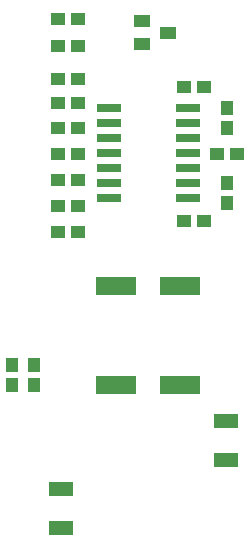
<source format=gtp>
G04 MADE WITH FRITZING*
G04 WWW.FRITZING.ORG*
G04 DOUBLE SIDED*
G04 HOLES PLATED*
G04 CONTOUR ON CENTER OF CONTOUR VECTOR*
%ASAXBY*%
%FSLAX23Y23*%
%MOIN*%
%OFA0B0*%
%SFA1.0B1.0*%
%ADD10R,0.080000X0.026000*%
%ADD11R,0.055118X0.039370*%
%ADD12R,0.137795X0.062992*%
%ADD13R,0.078736X0.049208*%
%ADD14R,0.078736X0.049222*%
%ADD15R,0.047244X0.043307*%
%ADD16R,0.043307X0.047244*%
%LNPASTEMASK1*%
G90*
G70*
G54D10*
X512Y1467D03*
X512Y1417D03*
X512Y1367D03*
X512Y1317D03*
X512Y1267D03*
X512Y1217D03*
X512Y1167D03*
X773Y1167D03*
X773Y1217D03*
X773Y1267D03*
X773Y1317D03*
X773Y1367D03*
X773Y1417D03*
X773Y1467D03*
G54D11*
X708Y1719D03*
X622Y1682D03*
X622Y1757D03*
G54D12*
X535Y875D03*
X748Y875D03*
X535Y544D03*
X748Y544D03*
G54D13*
X901Y296D03*
G54D14*
X901Y424D03*
G54D13*
X350Y198D03*
G54D14*
X350Y70D03*
G54D15*
X342Y1316D03*
X409Y1316D03*
X870Y1316D03*
X937Y1316D03*
X342Y1765D03*
X409Y1765D03*
X342Y1674D03*
X409Y1674D03*
G54D16*
X189Y544D03*
X189Y611D03*
X260Y544D03*
X260Y611D03*
X905Y1402D03*
X905Y1469D03*
G54D15*
X342Y1564D03*
X409Y1564D03*
X342Y1485D03*
X409Y1485D03*
X342Y1402D03*
X409Y1402D03*
X342Y1056D03*
X409Y1056D03*
X342Y1229D03*
X409Y1229D03*
G54D16*
X905Y1151D03*
X905Y1217D03*
G54D15*
X760Y1091D03*
X827Y1091D03*
X342Y1143D03*
X409Y1143D03*
X760Y1540D03*
X827Y1540D03*
G04 End of PasteMask1*
M02*
</source>
